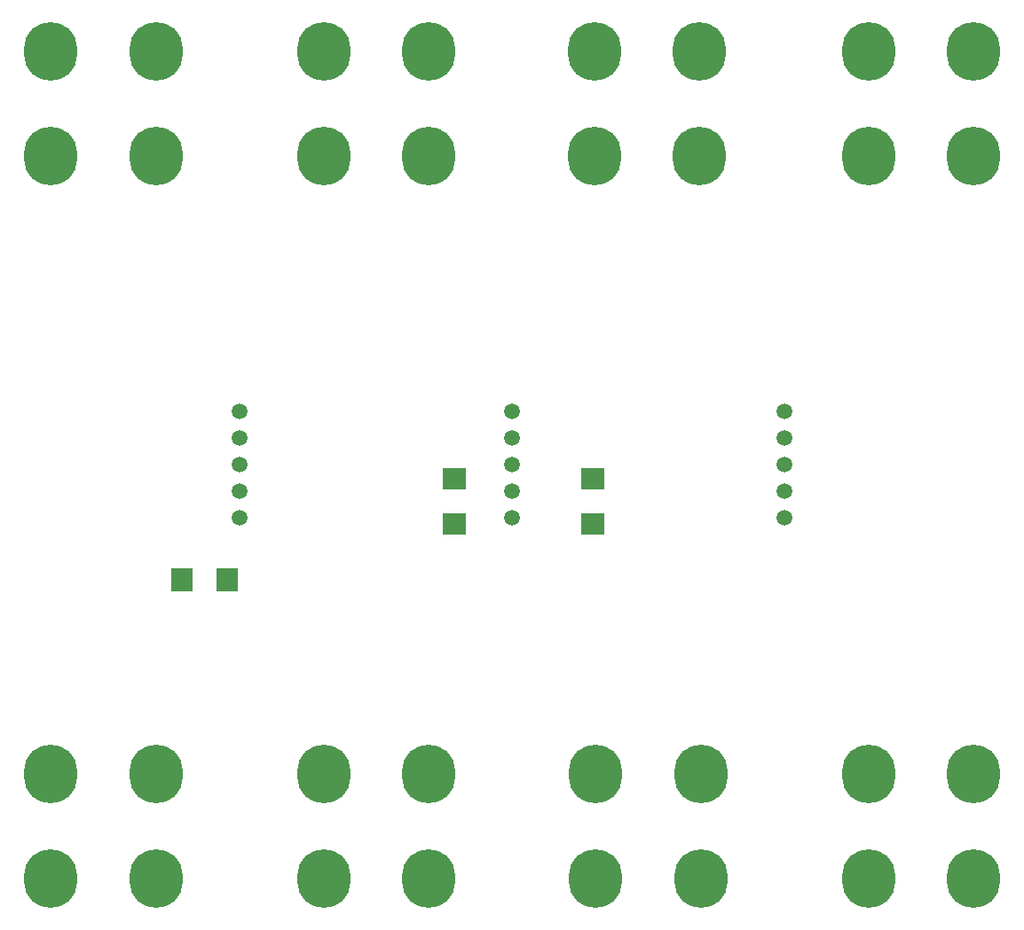
<source format=gbr>
%TF.GenerationSoftware,Altium Limited,Altium Designer,21.6.4 (81)*%
G04 Layer_Color=255*
%FSLAX43Y43*%
%MOMM*%
%TF.SameCoordinates,1AC814DF-7433-4E0E-8A45-847F92D72221*%
%TF.FilePolarity,Positive*%
%TF.FileFunction,Pads,Top*%
%TF.Part,Single*%
G01*
G75*
%TA.AperFunction,SMDPad,CuDef*%
%ADD10R,2.300X2.000*%
%ADD11R,2.000X2.300*%
%TA.AperFunction,ComponentPad*%
%ADD23O,5.080X5.588*%
%ADD24C,1.500*%
D10*
X58667Y37350D02*
D03*
Y41650D02*
D03*
X45450Y37350D02*
D03*
Y41650D02*
D03*
D11*
X19465Y32025D02*
D03*
X23765D02*
D03*
D23*
X7000Y3500D02*
D03*
X17000D02*
D03*
Y13500D02*
D03*
X7000D02*
D03*
X95000Y72500D02*
D03*
X85000D02*
D03*
Y82500D02*
D03*
X95000D02*
D03*
X68830Y72500D02*
D03*
X58830D02*
D03*
Y82500D02*
D03*
X68830D02*
D03*
X43000Y72500D02*
D03*
X33000D02*
D03*
Y82500D02*
D03*
X43000D02*
D03*
X17000Y72500D02*
D03*
X7000D02*
D03*
Y82500D02*
D03*
X17000D02*
D03*
X33000Y13500D02*
D03*
X43000D02*
D03*
Y3500D02*
D03*
X33000D02*
D03*
X85000Y13500D02*
D03*
X95000D02*
D03*
Y3500D02*
D03*
X85000D02*
D03*
X58986Y13500D02*
D03*
X68986D02*
D03*
Y3500D02*
D03*
X58986D02*
D03*
D24*
X77000Y38000D02*
D03*
Y40540D02*
D03*
Y43080D02*
D03*
Y45620D02*
D03*
Y48160D02*
D03*
X51000Y38000D02*
D03*
Y40540D02*
D03*
Y43080D02*
D03*
Y45620D02*
D03*
Y48160D02*
D03*
X25000Y38000D02*
D03*
Y40540D02*
D03*
Y43080D02*
D03*
Y45620D02*
D03*
Y48160D02*
D03*
%TF.MD5,97e9df85413b253cddfab9325bf68502*%
M02*

</source>
